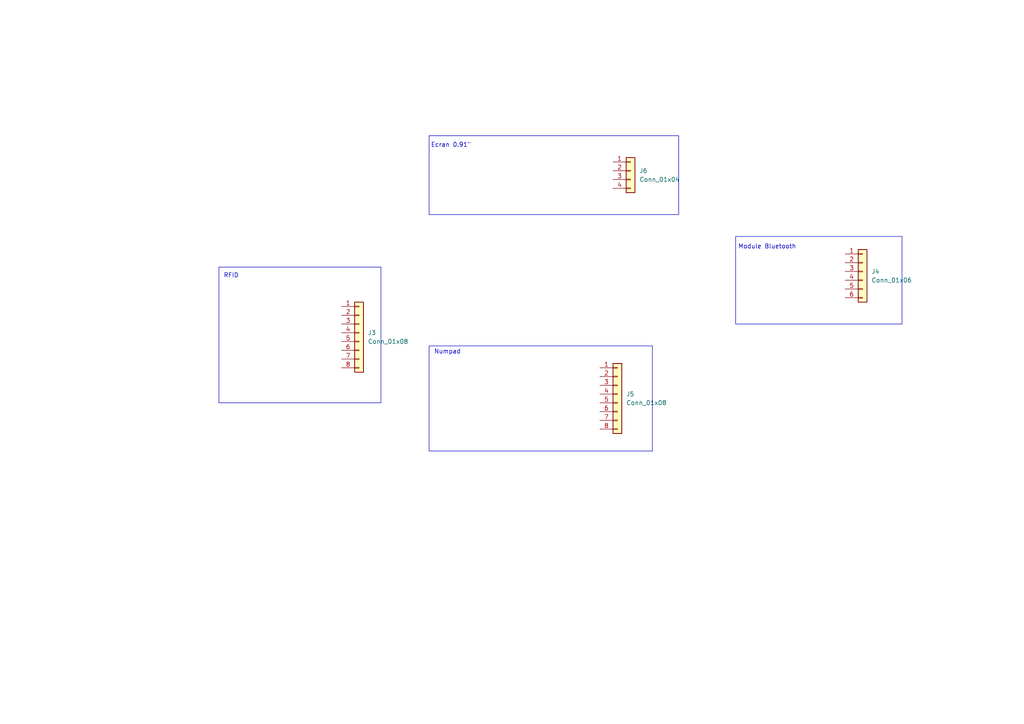
<source format=kicad_sch>
(kicad_sch
	(version 20231120)
	(generator "eeschema")
	(generator_version "8.0")
	(uuid "b70525e9-5106-4835-8f62-48c170525d7a")
	(paper "A4")
	(lib_symbols
		(symbol "Connector_Generic:Conn_01x04"
			(pin_names
				(offset 1.016) hide)
			(exclude_from_sim no)
			(in_bom yes)
			(on_board yes)
			(property "Reference" "J"
				(at 0 5.08 0)
				(effects
					(font
						(size 1.27 1.27)
					)
				)
			)
			(property "Value" "Conn_01x04"
				(at 0 -7.62 0)
				(effects
					(font
						(size 1.27 1.27)
					)
				)
			)
			(property "Footprint" ""
				(at 0 0 0)
				(effects
					(font
						(size 1.27 1.27)
					)
					(hide yes)
				)
			)
			(property "Datasheet" "~"
				(at 0 0 0)
				(effects
					(font
						(size 1.27 1.27)
					)
					(hide yes)
				)
			)
			(property "Description" "Generic connector, single row, 01x04, script generated (kicad-library-utils/schlib/autogen/connector/)"
				(at 0 0 0)
				(effects
					(font
						(size 1.27 1.27)
					)
					(hide yes)
				)
			)
			(property "ki_keywords" "connector"
				(at 0 0 0)
				(effects
					(font
						(size 1.27 1.27)
					)
					(hide yes)
				)
			)
			(property "ki_fp_filters" "Connector*:*_1x??_*"
				(at 0 0 0)
				(effects
					(font
						(size 1.27 1.27)
					)
					(hide yes)
				)
			)
			(symbol "Conn_01x04_1_1"
				(rectangle
					(start -1.27 -4.953)
					(end 0 -5.207)
					(stroke
						(width 0.1524)
						(type default)
					)
					(fill
						(type none)
					)
				)
				(rectangle
					(start -1.27 -2.413)
					(end 0 -2.667)
					(stroke
						(width 0.1524)
						(type default)
					)
					(fill
						(type none)
					)
				)
				(rectangle
					(start -1.27 0.127)
					(end 0 -0.127)
					(stroke
						(width 0.1524)
						(type default)
					)
					(fill
						(type none)
					)
				)
				(rectangle
					(start -1.27 2.667)
					(end 0 2.413)
					(stroke
						(width 0.1524)
						(type default)
					)
					(fill
						(type none)
					)
				)
				(rectangle
					(start -1.27 3.81)
					(end 1.27 -6.35)
					(stroke
						(width 0.254)
						(type default)
					)
					(fill
						(type background)
					)
				)
				(pin passive line
					(at -5.08 2.54 0)
					(length 3.81)
					(name "Pin_1"
						(effects
							(font
								(size 1.27 1.27)
							)
						)
					)
					(number "1"
						(effects
							(font
								(size 1.27 1.27)
							)
						)
					)
				)
				(pin passive line
					(at -5.08 0 0)
					(length 3.81)
					(name "Pin_2"
						(effects
							(font
								(size 1.27 1.27)
							)
						)
					)
					(number "2"
						(effects
							(font
								(size 1.27 1.27)
							)
						)
					)
				)
				(pin passive line
					(at -5.08 -2.54 0)
					(length 3.81)
					(name "Pin_3"
						(effects
							(font
								(size 1.27 1.27)
							)
						)
					)
					(number "3"
						(effects
							(font
								(size 1.27 1.27)
							)
						)
					)
				)
				(pin passive line
					(at -5.08 -5.08 0)
					(length 3.81)
					(name "Pin_4"
						(effects
							(font
								(size 1.27 1.27)
							)
						)
					)
					(number "4"
						(effects
							(font
								(size 1.27 1.27)
							)
						)
					)
				)
			)
		)
		(symbol "Connector_Generic:Conn_01x06"
			(pin_names
				(offset 1.016) hide)
			(exclude_from_sim no)
			(in_bom yes)
			(on_board yes)
			(property "Reference" "J"
				(at 0 7.62 0)
				(effects
					(font
						(size 1.27 1.27)
					)
				)
			)
			(property "Value" "Conn_01x06"
				(at 0 -10.16 0)
				(effects
					(font
						(size 1.27 1.27)
					)
				)
			)
			(property "Footprint" ""
				(at 0 0 0)
				(effects
					(font
						(size 1.27 1.27)
					)
					(hide yes)
				)
			)
			(property "Datasheet" "~"
				(at 0 0 0)
				(effects
					(font
						(size 1.27 1.27)
					)
					(hide yes)
				)
			)
			(property "Description" "Generic connector, single row, 01x06, script generated (kicad-library-utils/schlib/autogen/connector/)"
				(at 0 0 0)
				(effects
					(font
						(size 1.27 1.27)
					)
					(hide yes)
				)
			)
			(property "ki_keywords" "connector"
				(at 0 0 0)
				(effects
					(font
						(size 1.27 1.27)
					)
					(hide yes)
				)
			)
			(property "ki_fp_filters" "Connector*:*_1x??_*"
				(at 0 0 0)
				(effects
					(font
						(size 1.27 1.27)
					)
					(hide yes)
				)
			)
			(symbol "Conn_01x06_1_1"
				(rectangle
					(start -1.27 -7.493)
					(end 0 -7.747)
					(stroke
						(width 0.1524)
						(type default)
					)
					(fill
						(type none)
					)
				)
				(rectangle
					(start -1.27 -4.953)
					(end 0 -5.207)
					(stroke
						(width 0.1524)
						(type default)
					)
					(fill
						(type none)
					)
				)
				(rectangle
					(start -1.27 -2.413)
					(end 0 -2.667)
					(stroke
						(width 0.1524)
						(type default)
					)
					(fill
						(type none)
					)
				)
				(rectangle
					(start -1.27 0.127)
					(end 0 -0.127)
					(stroke
						(width 0.1524)
						(type default)
					)
					(fill
						(type none)
					)
				)
				(rectangle
					(start -1.27 2.667)
					(end 0 2.413)
					(stroke
						(width 0.1524)
						(type default)
					)
					(fill
						(type none)
					)
				)
				(rectangle
					(start -1.27 5.207)
					(end 0 4.953)
					(stroke
						(width 0.1524)
						(type default)
					)
					(fill
						(type none)
					)
				)
				(rectangle
					(start -1.27 6.35)
					(end 1.27 -8.89)
					(stroke
						(width 0.254)
						(type default)
					)
					(fill
						(type background)
					)
				)
				(pin passive line
					(at -5.08 5.08 0)
					(length 3.81)
					(name "Pin_1"
						(effects
							(font
								(size 1.27 1.27)
							)
						)
					)
					(number "1"
						(effects
							(font
								(size 1.27 1.27)
							)
						)
					)
				)
				(pin passive line
					(at -5.08 2.54 0)
					(length 3.81)
					(name "Pin_2"
						(effects
							(font
								(size 1.27 1.27)
							)
						)
					)
					(number "2"
						(effects
							(font
								(size 1.27 1.27)
							)
						)
					)
				)
				(pin passive line
					(at -5.08 0 0)
					(length 3.81)
					(name "Pin_3"
						(effects
							(font
								(size 1.27 1.27)
							)
						)
					)
					(number "3"
						(effects
							(font
								(size 1.27 1.27)
							)
						)
					)
				)
				(pin passive line
					(at -5.08 -2.54 0)
					(length 3.81)
					(name "Pin_4"
						(effects
							(font
								(size 1.27 1.27)
							)
						)
					)
					(number "4"
						(effects
							(font
								(size 1.27 1.27)
							)
						)
					)
				)
				(pin passive line
					(at -5.08 -5.08 0)
					(length 3.81)
					(name "Pin_5"
						(effects
							(font
								(size 1.27 1.27)
							)
						)
					)
					(number "5"
						(effects
							(font
								(size 1.27 1.27)
							)
						)
					)
				)
				(pin passive line
					(at -5.08 -7.62 0)
					(length 3.81)
					(name "Pin_6"
						(effects
							(font
								(size 1.27 1.27)
							)
						)
					)
					(number "6"
						(effects
							(font
								(size 1.27 1.27)
							)
						)
					)
				)
			)
		)
		(symbol "Connector_Generic:Conn_01x08"
			(pin_names
				(offset 1.016) hide)
			(exclude_from_sim no)
			(in_bom yes)
			(on_board yes)
			(property "Reference" "J"
				(at 0 10.16 0)
				(effects
					(font
						(size 1.27 1.27)
					)
				)
			)
			(property "Value" "Conn_01x08"
				(at 0 -12.7 0)
				(effects
					(font
						(size 1.27 1.27)
					)
				)
			)
			(property "Footprint" ""
				(at 0 0 0)
				(effects
					(font
						(size 1.27 1.27)
					)
					(hide yes)
				)
			)
			(property "Datasheet" "~"
				(at 0 0 0)
				(effects
					(font
						(size 1.27 1.27)
					)
					(hide yes)
				)
			)
			(property "Description" "Generic connector, single row, 01x08, script generated (kicad-library-utils/schlib/autogen/connector/)"
				(at 0 0 0)
				(effects
					(font
						(size 1.27 1.27)
					)
					(hide yes)
				)
			)
			(property "ki_keywords" "connector"
				(at 0 0 0)
				(effects
					(font
						(size 1.27 1.27)
					)
					(hide yes)
				)
			)
			(property "ki_fp_filters" "Connector*:*_1x??_*"
				(at 0 0 0)
				(effects
					(font
						(size 1.27 1.27)
					)
					(hide yes)
				)
			)
			(symbol "Conn_01x08_1_1"
				(rectangle
					(start -1.27 -10.033)
					(end 0 -10.287)
					(stroke
						(width 0.1524)
						(type default)
					)
					(fill
						(type none)
					)
				)
				(rectangle
					(start -1.27 -7.493)
					(end 0 -7.747)
					(stroke
						(width 0.1524)
						(type default)
					)
					(fill
						(type none)
					)
				)
				(rectangle
					(start -1.27 -4.953)
					(end 0 -5.207)
					(stroke
						(width 0.1524)
						(type default)
					)
					(fill
						(type none)
					)
				)
				(rectangle
					(start -1.27 -2.413)
					(end 0 -2.667)
					(stroke
						(width 0.1524)
						(type default)
					)
					(fill
						(type none)
					)
				)
				(rectangle
					(start -1.27 0.127)
					(end 0 -0.127)
					(stroke
						(width 0.1524)
						(type default)
					)
					(fill
						(type none)
					)
				)
				(rectangle
					(start -1.27 2.667)
					(end 0 2.413)
					(stroke
						(width 0.1524)
						(type default)
					)
					(fill
						(type none)
					)
				)
				(rectangle
					(start -1.27 5.207)
					(end 0 4.953)
					(stroke
						(width 0.1524)
						(type default)
					)
					(fill
						(type none)
					)
				)
				(rectangle
					(start -1.27 7.747)
					(end 0 7.493)
					(stroke
						(width 0.1524)
						(type default)
					)
					(fill
						(type none)
					)
				)
				(rectangle
					(start -1.27 8.89)
					(end 1.27 -11.43)
					(stroke
						(width 0.254)
						(type default)
					)
					(fill
						(type background)
					)
				)
				(pin passive line
					(at -5.08 7.62 0)
					(length 3.81)
					(name "Pin_1"
						(effects
							(font
								(size 1.27 1.27)
							)
						)
					)
					(number "1"
						(effects
							(font
								(size 1.27 1.27)
							)
						)
					)
				)
				(pin passive line
					(at -5.08 5.08 0)
					(length 3.81)
					(name "Pin_2"
						(effects
							(font
								(size 1.27 1.27)
							)
						)
					)
					(number "2"
						(effects
							(font
								(size 1.27 1.27)
							)
						)
					)
				)
				(pin passive line
					(at -5.08 2.54 0)
					(length 3.81)
					(name "Pin_3"
						(effects
							(font
								(size 1.27 1.27)
							)
						)
					)
					(number "3"
						(effects
							(font
								(size 1.27 1.27)
							)
						)
					)
				)
				(pin passive line
					(at -5.08 0 0)
					(length 3.81)
					(name "Pin_4"
						(effects
							(font
								(size 1.27 1.27)
							)
						)
					)
					(number "4"
						(effects
							(font
								(size 1.27 1.27)
							)
						)
					)
				)
				(pin passive line
					(at -5.08 -2.54 0)
					(length 3.81)
					(name "Pin_5"
						(effects
							(font
								(size 1.27 1.27)
							)
						)
					)
					(number "5"
						(effects
							(font
								(size 1.27 1.27)
							)
						)
					)
				)
				(pin passive line
					(at -5.08 -5.08 0)
					(length 3.81)
					(name "Pin_6"
						(effects
							(font
								(size 1.27 1.27)
							)
						)
					)
					(number "6"
						(effects
							(font
								(size 1.27 1.27)
							)
						)
					)
				)
				(pin passive line
					(at -5.08 -7.62 0)
					(length 3.81)
					(name "Pin_7"
						(effects
							(font
								(size 1.27 1.27)
							)
						)
					)
					(number "7"
						(effects
							(font
								(size 1.27 1.27)
							)
						)
					)
				)
				(pin passive line
					(at -5.08 -10.16 0)
					(length 3.81)
					(name "Pin_8"
						(effects
							(font
								(size 1.27 1.27)
							)
						)
					)
					(number "8"
						(effects
							(font
								(size 1.27 1.27)
							)
						)
					)
				)
			)
		)
	)
	(rectangle
		(start 63.5 77.47)
		(end 110.49 116.84)
		(stroke
			(width 0)
			(type default)
		)
		(fill
			(type none)
		)
		(uuid 408cef77-147e-43f3-a684-d23fb6c0a47f)
	)
	(rectangle
		(start 213.36 68.58)
		(end 261.62 93.98)
		(stroke
			(width 0)
			(type default)
		)
		(fill
			(type none)
		)
		(uuid 6be7e32b-20d3-4e59-b1c1-6760218597f4)
	)
	(rectangle
		(start 124.46 39.37)
		(end 196.85 62.23)
		(stroke
			(width 0)
			(type default)
		)
		(fill
			(type none)
		)
		(uuid d966023c-98ab-4737-8e1c-6182b9014ce9)
	)
	(rectangle
		(start 124.46 100.33)
		(end 189.23 130.81)
		(stroke
			(width 0)
			(type default)
		)
		(fill
			(type none)
		)
		(uuid ffa0db3d-a241-4fa6-b935-790b3ebf6c43)
	)
	(text "Numpad"
		(exclude_from_sim no)
		(at 129.794 102.108 0)
		(effects
			(font
				(size 1.27 1.27)
			)
		)
		(uuid "0d432735-310f-47c6-bff0-306dc75749fb")
	)
	(text "RFID\n"
		(exclude_from_sim no)
		(at 67.056 80.01 0)
		(effects
			(font
				(size 1.27 1.27)
			)
		)
		(uuid "cb6f21b2-355b-466f-b990-567915c26f53")
	)
	(text "Module Bluetooth\n"
		(exclude_from_sim no)
		(at 222.504 71.628 0)
		(effects
			(font
				(size 1.27 1.27)
			)
		)
		(uuid "f3709bc2-adee-4387-8f5a-57f222fa6f9d")
	)
	(text "Ecran 0.91\"\n"
		(exclude_from_sim no)
		(at 130.81 42.164 0)
		(effects
			(font
				(size 1.27 1.27)
			)
		)
		(uuid "f7ae6a7b-a0c6-422b-9748-a93edfca7ac0")
	)
	(symbol
		(lib_id "Connector_Generic:Conn_01x08")
		(at 179.07 114.3 0)
		(unit 1)
		(exclude_from_sim no)
		(in_bom yes)
		(on_board yes)
		(dnp no)
		(fields_autoplaced yes)
		(uuid "7f35b0b4-cb12-4933-8b59-a4cb7efed2a0")
		(property "Reference" "J5"
			(at 181.61 114.2999 0)
			(effects
				(font
					(size 1.27 1.27)
				)
				(justify left)
			)
		)
		(property "Value" "Conn_01x08"
			(at 181.61 116.8399 0)
			(effects
				(font
					(size 1.27 1.27)
				)
				(justify left)
			)
		)
		(property "Footprint" "Connector_PinHeader_2.54mm:PinHeader_1x08_P2.54mm_Horizontal"
			(at 179.07 114.3 0)
			(effects
				(font
					(size 1.27 1.27)
				)
				(hide yes)
			)
		)
		(property "Datasheet" "~"
			(at 179.07 114.3 0)
			(effects
				(font
					(size 1.27 1.27)
				)
				(hide yes)
			)
		)
		(property "Description" "Generic connector, single row, 01x08, script generated (kicad-library-utils/schlib/autogen/connector/)"
			(at 179.07 114.3 0)
			(effects
				(font
					(size 1.27 1.27)
				)
				(hide yes)
			)
		)
		(pin "8"
			(uuid "095fb444-3e32-4cda-b5df-fa841d499b8f")
		)
		(pin "2"
			(uuid "693342a2-5241-43b6-a8ec-1120b05fdc17")
		)
		(pin "7"
			(uuid "ab18f595-da76-43ec-ad55-85bd472593a4")
		)
		(pin "6"
			(uuid "1376ce15-fcbc-4fef-91db-335cbd3ac0de")
		)
		(pin "5"
			(uuid "51b1284a-1a10-43a4-afbd-ea78d9cb51b9")
		)
		(pin "3"
			(uuid "e6808255-33a7-4e93-baa3-021eeca77aa6")
		)
		(pin "1"
			(uuid "083b562e-e65d-4647-bd24-2510b4407700")
		)
		(pin "4"
			(uuid "cefa6a42-9c5d-4fac-a6e3-06912acace4d")
		)
		(instances
			(project "PCB_Module_Payement"
				(path "/48ddf8d7-54b6-4c34-8554-2bb8e32bda4b/9cac3b02-6fd8-40b5-8eac-d08f1fb9f7d0"
					(reference "J5")
					(unit 1)
				)
			)
		)
	)
	(symbol
		(lib_id "Connector_Generic:Conn_01x06")
		(at 250.19 78.74 0)
		(unit 1)
		(exclude_from_sim no)
		(in_bom yes)
		(on_board yes)
		(dnp no)
		(fields_autoplaced yes)
		(uuid "a91d32b6-ee2b-4c3a-92d5-448169834ff9")
		(property "Reference" "J4"
			(at 252.73 78.7399 0)
			(effects
				(font
					(size 1.27 1.27)
				)
				(justify left)
			)
		)
		(property "Value" "Conn_01x06"
			(at 252.73 81.2799 0)
			(effects
				(font
					(size 1.27 1.27)
				)
				(justify left)
			)
		)
		(property "Footprint" "Connector_PinHeader_2.54mm:PinHeader_1x06_P2.54mm_Horizontal"
			(at 250.19 78.74 0)
			(effects
				(font
					(size 1.27 1.27)
				)
				(hide yes)
			)
		)
		(property "Datasheet" "~"
			(at 250.19 78.74 0)
			(effects
				(font
					(size 1.27 1.27)
				)
				(hide yes)
			)
		)
		(property "Description" "Generic connector, single row, 01x06, script generated (kicad-library-utils/schlib/autogen/connector/)"
			(at 250.19 78.74 0)
			(effects
				(font
					(size 1.27 1.27)
				)
				(hide yes)
			)
		)
		(pin "6"
			(uuid "0b0299b3-4ecd-43be-902c-dc2e41c97cd1")
		)
		(pin "1"
			(uuid "abd1f821-274d-4e87-a735-0971255ee732")
		)
		(pin "5"
			(uuid "68d2878b-70c5-4132-967b-c8eb8e1d54c8")
		)
		(pin "2"
			(uuid "fed295d3-b991-476a-8906-459279b3903d")
		)
		(pin "4"
			(uuid "f75a1006-77b7-44fb-afb7-e887230ce510")
		)
		(pin "3"
			(uuid "f0a7c5cd-427f-43bb-84d0-823d5a5cec4c")
		)
		(instances
			(project "PCB_Module_Payement"
				(path "/48ddf8d7-54b6-4c34-8554-2bb8e32bda4b/9cac3b02-6fd8-40b5-8eac-d08f1fb9f7d0"
					(reference "J4")
					(unit 1)
				)
			)
		)
	)
	(symbol
		(lib_id "Connector_Generic:Conn_01x04")
		(at 182.88 49.53 0)
		(unit 1)
		(exclude_from_sim no)
		(in_bom yes)
		(on_board yes)
		(dnp no)
		(fields_autoplaced yes)
		(uuid "d08cb5bb-f909-4eab-9634-22c52f2ccad4")
		(property "Reference" "J6"
			(at 185.42 49.5299 0)
			(effects
				(font
					(size 1.27 1.27)
				)
				(justify left)
			)
		)
		(property "Value" "Conn_01x04"
			(at 185.42 52.0699 0)
			(effects
				(font
					(size 1.27 1.27)
				)
				(justify left)
			)
		)
		(property "Footprint" "Connector_PinHeader_2.54mm:PinHeader_1x04_P2.54mm_Horizontal"
			(at 182.88 49.53 0)
			(effects
				(font
					(size 1.27 1.27)
				)
				(hide yes)
			)
		)
		(property "Datasheet" "~"
			(at 182.88 49.53 0)
			(effects
				(font
					(size 1.27 1.27)
				)
				(hide yes)
			)
		)
		(property "Description" "Generic connector, single row, 01x04, script generated (kicad-library-utils/schlib/autogen/connector/)"
			(at 182.88 49.53 0)
			(effects
				(font
					(size 1.27 1.27)
				)
				(hide yes)
			)
		)
		(pin "1"
			(uuid "2f910727-606e-4beb-a69f-611934b996ed")
		)
		(pin "2"
			(uuid "c0419339-af8c-4657-8394-8634a635effe")
		)
		(pin "4"
			(uuid "b94ba088-6c6b-4cd2-8447-7070d1020a0d")
		)
		(pin "3"
			(uuid "213234ec-c09c-4c7b-9be3-70e22544118f")
		)
		(instances
			(project "PCB_Module_Payement"
				(path "/48ddf8d7-54b6-4c34-8554-2bb8e32bda4b/9cac3b02-6fd8-40b5-8eac-d08f1fb9f7d0"
					(reference "J6")
					(unit 1)
				)
			)
		)
	)
	(symbol
		(lib_id "Connector_Generic:Conn_01x08")
		(at 104.14 96.52 0)
		(unit 1)
		(exclude_from_sim no)
		(in_bom yes)
		(on_board yes)
		(dnp no)
		(fields_autoplaced yes)
		(uuid "ecafc2e6-57af-41e1-9aa2-c992abc90223")
		(property "Reference" "J3"
			(at 106.68 96.5199 0)
			(effects
				(font
					(size 1.27 1.27)
				)
				(justify left)
			)
		)
		(property "Value" "Conn_01x08"
			(at 106.68 99.0599 0)
			(effects
				(font
					(size 1.27 1.27)
				)
				(justify left)
			)
		)
		(property "Footprint" "Connector_PinHeader_2.54mm:PinHeader_1x08_P2.54mm_Horizontal"
			(at 104.14 96.52 0)
			(effects
				(font
					(size 1.27 1.27)
				)
				(hide yes)
			)
		)
		(property "Datasheet" "~"
			(at 104.14 96.52 0)
			(effects
				(font
					(size 1.27 1.27)
				)
				(hide yes)
			)
		)
		(property "Description" "Generic connector, single row, 01x08, script generated (kicad-library-utils/schlib/autogen/connector/)"
			(at 104.14 96.52 0)
			(effects
				(font
					(size 1.27 1.27)
				)
				(hide yes)
			)
		)
		(pin "8"
			(uuid "85905071-e48c-4aa6-81b8-401a4299e5c9")
		)
		(pin "2"
			(uuid "c1d520fd-8196-430a-b229-8db5c2c894be")
		)
		(pin "7"
			(uuid "0ca13185-771b-4613-aae4-cd8112c2a820")
		)
		(pin "6"
			(uuid "298df449-b5e2-4541-85f0-710be3e10254")
		)
		(pin "5"
			(uuid "5f3746d2-6217-4494-b12b-fbefb93930c6")
		)
		(pin "3"
			(uuid "539f77f7-2a44-41f6-9b3f-193cf8ad8a58")
		)
		(pin "1"
			(uuid "15728b07-53b9-4542-8aad-7e1e5a359308")
		)
		(pin "4"
			(uuid "35c03aa0-dd06-430d-9405-9283701fb6be")
		)
		(instances
			(project "PCB_Module_Payement"
				(path "/48ddf8d7-54b6-4c34-8554-2bb8e32bda4b/9cac3b02-6fd8-40b5-8eac-d08f1fb9f7d0"
					(reference "J3")
					(unit 1)
				)
			)
		)
	)
)

</source>
